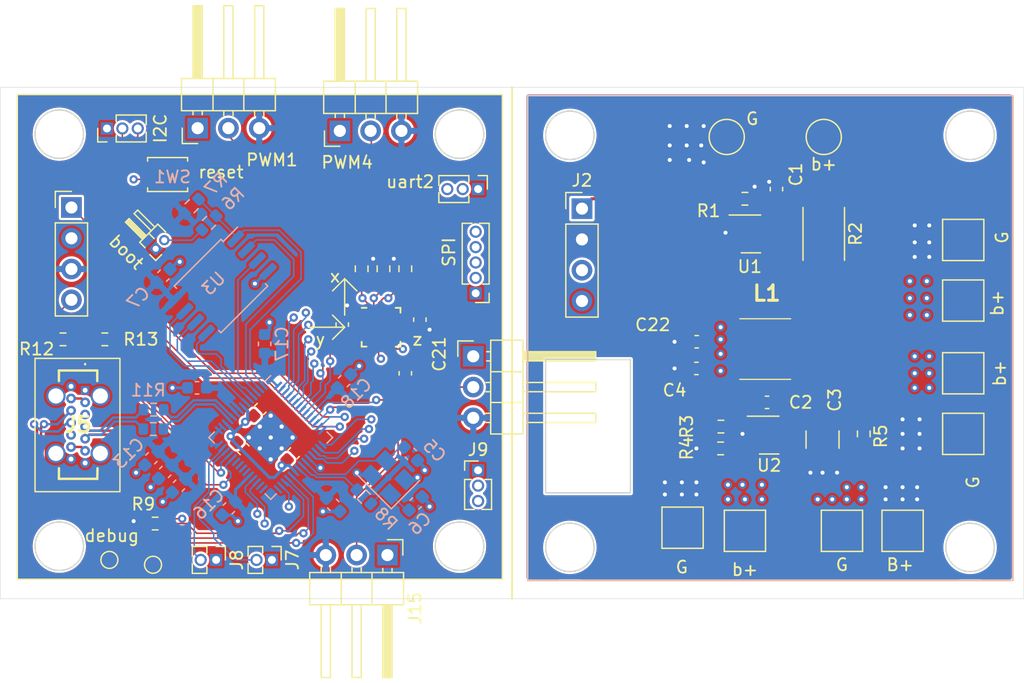
<source format=kicad_pcb>
(kicad_pcb (version 20211014) (generator pcbnew)
  (layers (0 "F.Cu" signal "Front") (1 "In1.Cu" signal) (2 "In2.Cu" signal) (31 "B.Cu" signal "Back") (34 "B.Paste" user) (35 "F.Paste" user) (36 "B.SilkS" user "B.Silkscreen") (37 "F.SilkS" user "F.Silkscreen") (38 "B.Mask" user) (39 "F.Mask" user) (44 "Edge.Cuts" user))
  (property "mp" "mpu_")
  (property "rp" "rp2040_")
  (property "var" "_distrub")
  (net 0 "")
  (net 1 "Net-(C1-Pad1)")
  (net 2 "GND")
  (net 3 "Net-(C2-Pad1)")
  (net 4 "/powerHub/sw")
  (net 5 "vcc_distrub")
  (net 6 "3v3_distrub")
  (net 7 "/rp2040/xin")
  (net 8 "Net-(C6-Pad2)")
  (net 9 "rp2040_3v3")
  (net 10 "/rp2040/rp2040_1v1")
  (net 11 "Net-(C21-Pad1)")
  (net 12 "crnt_distrub")
  (net 13 "/rp2040/usb_boot")
  (net 15 "/rp2040/usb_d+")
  (net 16 "/rp2040/usb_d-")
  (net 18 "rp2040_crnt")
  (net 19 "rp2040_vcc")
  (net 20 "Net-(J7-Pad2)")
  (net 21 "Net-(J8-Pad2)")
  (net 22 "Net-(J9-Pad2)")
  (net 23 "Net-(J9-Pad3)")
  (net 24 "Net-(J10-Pad2)")
  (net 25 "Net-(J10-Pad3)")
  (net 26 "Net-(J11-Pad2)")
  (net 27 "Net-(J11-Pad3)")
  (net 28 "Net-(J12-Pad2)")
  (net 29 "Net-(J12-Pad3)")
  (net 30 "Net-(J12-Pad4)")
  (net 31 "Net-(J12-Pad5)")
  (net 32 "Net-(J13-Pad2)")
  (net 33 "Net-(J14-Pad2)")
  (net 34 "Net-(J15-Pad2)")
  (net 35 "Net-(J16-Pad2)")
  (net 36 "Net-(R3-Pad1)")
  (net 37 "Net-(R5-Pad1)")
  (net 38 "/rp2040/sd_ss")
  (net 39 "/rp2040/xout")
  (net 40 "Net-(R9-Pad2)")
  (net 41 "Net-(R12-Pad1)")
  (net 42 "/mpu-9250/sda-mosi")
  (net 43 "/mpu-9250/sck-slk")
  (net 44 "/mpu-9250/cs")
  (net 45 "/rp2040/sd1")
  (net 46 "/rp2040/sd2")
  (net 47 "/rp2040/sd0")
  (net 48 "/rp2040/sd_clk")
  (net 49 "/rp2040/sd3")
  (net 50 "/mpu-9250/miso")
  (net 51 "/mpu-9250/intep")
  (net 62 "Net-(U4-Pad24)")
  (net 63 "/rp2040/u+")
  (net 64 "/rp2040/u-")
  (net 65 "Net-(U4-Pad25)")
  (footprint "Button_Switch_SMD:SW_SPST_B3U-1000P" (layer "F.Cu") (at 98.4 57.6 180)
    (fp_text reference "SW1")
    (fp_text value "reset")
  )
  (footprint "Connector_PinHeader_2.54mm:PinHeader_1x03_P2.54mm_Horizontal" (layer "F.Cu") (at 116.525 89 -90)
    (fp_text reference "J15")
    (fp_text value "PWM3")
  )
  (footprint "TestPoint:TestPoint_Pad_D1.0mm" (layer "F.Cu") (at 97.2 89.8)
    (fp_text reference "clk1" hide)
    (fp_text value "debug")
  )
  (footprint "Connector_PinHeader_1.27mm:PinHeader_1x03_P1.27mm_Vertical" (layer "F.Cu") (at 93.4 53.8 90)
    (fp_text reference "J11" hide)
    (fp_text value "I2C")
  )
  (footprint "Capacitor_SMD:C_0603_1608Metric" (layer "F.Cu") (at 147.825 76.4)
    (fp_text reference "C2")
    (fp_text value "100nf")
  )
  (footprint "Resistor_SMD:R_0603_1608Metric" (layer "F.Cu") (at 118 65.375 -90)
    (fp_text reference "R16" hide)
    (fp_text value "R" hide)
  )
  (footprint "Resistor_SMD:R_0603_1608Metric" (layer "F.Cu") (at 89.775 71.2 180)
    (fp_text reference "R12")
    (fp_text value "20k")
  )
  (footprint "Capacitor_SMD:C_0603_1608Metric" (layer "F.Cu") (at 104.651992 80.251992 -45)
    (fp_text reference "C8" hide)
    (fp_text value "100nf")
  )
  (footprint "Resistor_SMD:R_0603_1608Metric" (layer "F.Cu") (at 155.8 79 90)
    (fp_text reference "R5")
    (fp_text value "100k")
  )
  (footprint "Connector_PinHeader_1.27mm:PinHeader_1x03_P1.27mm_Vertical" (layer "F.Cu") (at 124 58.8 -90)
    (fp_text reference "J10" hide)
    (fp_text value "uart2")
  )
  (footprint "TestPoint:TestPoint_Pad_3.0x3.0mm" (layer "F.Cu") (at 164 63 90)
    (fp_text reference "G")
    (fp_text value "esc1")
  )
  (footprint "Capacitor_SMD:C_0603_1608Metric" (layer "F.Cu") (at 106.051992 76.948008 45)
    (fp_text reference "C9" hide)
    (fp_text value "100nf")
  )
  (footprint "Resistor_SMD:R_0603_1608Metric" (layer "F.Cu") (at 144 80.2)
    (fp_text reference "R4")
    (fp_text value "4.5k")
  )
  (footprint "Connector_PinHeader_1.27mm:PinHeader_1x02_P1.27mm_Vertical" (layer "F.Cu") (at 107 89.4 -90)
    (fp_text reference "J7")
    (fp_text value "ADC2")
  )
  (footprint "Package_TO_SOT_SMD:TSOT-23-6" (layer "F.Cu") (at 148 79.1)
    (fp_text reference "U2")
    (fp_text value "ZTP7192YH")
  )
  (footprint "TestPoint:TestPoint_Pad_3.0x3.0mm" (layer "F.Cu") (at 164 68 90)
    (fp_text reference "b+")
    (fp_text value "esc1")
  )
  (footprint "Sensor_Motion:InvenSense_QFN-24_3x3mm_P0.4mm" (layer "F.Cu") (at 116 70.2)
    (fp_text reference "U5" hide)
    (fp_text value "MPU-9250" hide)
  )
  (footprint "Connector_PinHeader_1.27mm:PinHeader_1x02_P1.27mm_Vertical" (layer "F.Cu") (at 102.4 89.4 -90)
    (fp_text reference "J8")
    (fp_text value "ADC3")
  )
  (footprint "Capacitor_SMD:C_0603_1608Metric" (layer "F.Cu") (at 118 74 -90)
    (fp_text reference "C21")
    (fp_text value "0.1uf")
  )
  (footprint "Resistor_SMD:R_0603_1608Metric" (layer "F.Cu") (at 116.2 65.375 -90)
    (fp_text reference "R15" hide)
    (fp_text value "R")
  )
  (footprint "Capacitor_SMD:C_0603_1608Metric" (layer "F.Cu") (at 148.6 58.8 90)
    (fp_text reference "C1")
    (fp_text value "0.1uf")
  )
  (footprint "Connector_PinHeader_1.27mm:PinHeader_1x03_P1.27mm_Vertical" (layer "F.Cu") (at 124 82)
    (fp_text reference "J9")
    (fp_text value "uart1")
  )
  (footprint "Capacitor_SMD:C_0603_1608Metric" (layer "F.Cu") (at 112.8 69.975 -90)
    (fp_text reference "C19" hide)
    (fp_text value "100nf" hide)
  )
  (footprint "TestPoint:TestPoint_Pad_3.0x3.0mm" (layer "F.Cu") (at 164 74 90)
    (fp_text reference "b+")
    (fp_text value "esc2")
  )
  (footprint "Package_TO_SOT_SMD:SOT-23-5" (layer "F.Cu") (at 146.5 62.5)
    (fp_text reference "U1")
    (fp_text value "INA139")
  )
  (footprint "Resistor_SMD:R_0603_1608Metric" (layer "F.Cu") (at 97.375 86.4)
    (fp_text reference "R9")
    (fp_text value "R" hide)
  )
  (footprint "TestPoint:TestPoint_Pad_D2.5mm" (layer "F.Cu") (at 152.5 54.5)
    (fp_text reference "J3" hide)
    (fp_text value "b+")
  )
  (footprint "KiCad:LQH5BPB100MT0L" (layer "F.Cu") (at 147.675 72 180)
    (fp_text reference "L1")
    (fp_text value "4.7uh" hide)
  )
  (footprint "Capacitor_SMD:C_0603_1608Metric" (layer "F.Cu") (at 142 73.6)
    (fp_text reference "C4")
    (fp_text value "10uf")
  )
  (footprint "Resistor_SMD:R_0603_1608Metric" (layer "F.Cu") (at 146 59.6 180)
    (fp_text reference "R1")
    (fp_text value "1k")
  )
  (footprint "TestPoint:TestPoint_Pad_3.0x3.0mm" (layer "F.Cu") (at 154 87)
    (fp_text reference "G")
    (fp_text value "esc3")
  )
  (footprint "TestPoint:TestPoint_Pad_D2.5mm" (layer "F.Cu") (at 144.5 54.5)
    (fp_text reference "J1" hide)
    (fp_text value "G")
  )
  (footprint "Capacitor_SMD:C_0603_1608Metric" (layer "F.Cu") (at 142.025 71.4)
    (fp_text reference "C22")
    (fp_text value "0.1uf")
  )
  (footprint "Connector_PinHeader_2.54mm:PinHeader_1x03_P2.54mm_Horizontal" (layer "F.Cu") (at 100.875 53.775 90)
    (fp_text reference "J13" hide)
    (fp_text value "PWM1")
  )
  (footprint "Capacitor_SMD:C_0603_1608Metric" (layer "F.Cu") (at 108.8 80.6 45)
    (fp_text reference "C10" hide)
    (fp_text value "100nf")
  )
  (footprint "Resistor_SMD:R_0603_1608Metric" (layer "F.Cu") (at 93.225 71.2 180)
    (fp_text reference "R13")
    (fp_text value "5k")
  )
  (footprint "Connector_PinHeader_2.54mm:PinHeader_1x03_P2.54mm_Horizontal" (layer "F.Cu") (at 112.6 54 90)
    (fp_text reference "J16" hide)
    (fp_text value "PWM4")
  )
  (footprint "Resistor_SMD:R_0603_1608Metric" (layer "F.Cu") (at 144.025 78.4 180)
    (fp_text reference "R3")
    (fp_text value "20k")
  )
  (footprint "Capacitor_SMD:C_0603_1608Metric" (layer "F.Cu") (at 119.2 69.575 90)
    (fp_text reference "C20" hide)
    (fp_text value "0.1uf")
  )
  (footprint "TestPoint:TestPoint_Pad_3.0x3.0mm" (layer "F.Cu") (at 146 87)
    (fp_text reference "b+")
    (fp_text value "esc4")
  )
  (footprint "KiCad:918468K2029E50000" (layer "F.Cu") (at 91.6 75.4 180)
    (fp_text reference "J5")
    (fp_text value "918-468K2029E50000" hide)
  )
  (footprint "TestPoint:TestPoint_Pad_3.0x3.0mm" (layer "F.Cu") (at 159 87)
    (fp_text reference "B+")
    (fp_text value "esc3")
  )
  (footprint "Resistor_SMD:R_0603_1608Metric" (layer "F.Cu") (at 114.4 65.375 -90)
    (fp_text reference "R14" hide)
    (fp_text value "R" hide)
  )
  (footprint "TestPoint:TestPoint_Pad_3.0x3.0mm" (layer "F.Cu") (at 164 79 90)
    (fp_text reference "G")
    (fp_text value "esc2")
  )
  (footprint "TestPoint:TestPoint_Pad_3.0x3.0mm" (layer "F.Cu") (at 140.86 86.74)
    (fp_text reference "G")
    (fp_text value "esc4")
  )
  (footprint "Connector_PinHeader_1.00mm:PinHeader_1x02_P1.00mm_Horizontal" (layer "F.Cu") (at 97.418718 63.725825 135)
    (fp_text reference "J4" hide)
    (fp_text value "boot")
  )
  (footprint "Connector_PinHeader_2.54mm:PinHeader_1x03_P2.54mm_Horizontal" (layer "F.Cu") (at 123.6 72.6)
    (fp_text reference "J14" hide)
    (fp_text value "PWM2")
  )
  (footprint "KiCad:pwrdisv1" (layer "F.Cu") (at 128.095 51.095)
    (fp_text reference "J2")
    (fp_text value "Con")
    (fp_rect (start 1.47 21.77) (end 8.47 32.77) (layer "Edge.Cuts") (width 0.12) (fill none))
    (fp_circle (center 3.47 37.27) (end 5.47 37.27) (layer "Edge.Cuts") (width 0.12) (fill none))
    (fp_circle (center 36.47 3.27) (end 38.47 3.27) (layer "Edge.Cuts") (width 0.12) (fill none))
    (fp_circle (center 3.47 3.27) (end 5.47 3.27) (layer "Edge.Cuts") (width 0.12) (fill none))
    (fp_circle (center 36.47 37.27) (end 38.47 37.27) (layer "Edge.Cuts") (width 0.12) (fill none))
  )
  (footprint "Resistor_SMD:R_2512_6332Metric" (layer "F.Cu") (at 152.5 62.5 -90)
    (fp_text reference "R2")
    (fp_text value "0m50")
  )
  (footprint "KiCad:controllerV2" (layer "F.Cu") (at 86 51)
    (fp_text reference "J6" hide)
    (fp_text value "main")
    (fp_circle (center 3.47 37.27) (end 5.47 37.27) (layer "Edge.Cuts") (width 0.12) (fill none))
    (fp_circle (center 36.47 3.27) (end 38.47 3.27) (layer "Edge.Cuts") (width 0.12) (fill none))
    (fp_circle (center 3.47 3.27) (end 5.47 3.27) (layer "Edge.Cuts") (width 0.12) (fill none))
    (fp_circle (center 36.47 37.27) (end 38.47 37.27) (layer "Edge.Cuts") (width 0.12) (fill none))
  )
  (footprint "TestPoint:TestPoint_Pad_D1.0mm" (layer "F.Cu") (at 93.6 89.4)
    (fp_text reference "swd1" hide)
    (fp_text value "debug" hide)
  )
  (footprint "Connector_PinHeader_1.27mm:PinHeader_1x05_P1.27mm_Vertical" (layer "F.Cu") (at 123.8 67.4 180)
    (fp_text reference "J12" hide)
    (fp_text value "SPI")
  )
  (footprint "Capacitor_SMD:C_1210_3225Metric" (layer "F.Cu") (at 152.4 79.475 90)
    (fp_text reference "C3")
    (fp_text value "10uf")
  )
  (footprint "Resistor_SMD:R_0603_1608Metric" (layer "B.Cu") (at 101.816637 61.583363 45)
    (fp_text reference "R6")
    (fp_text value "R")
  )
  (footprint "Crystal:Crystal_SMD_3225-4Pin_3.2x2.5mm" (layer "B.Cu") (at 116.6 82.6 135)
    (fp_text reference "Y1" hide)
    (fp_text value "Crystal_GND24")
  )
  (footprint "Capacitor_SMD:C_0603_1608Metric" (layer "B.Cu") (at 118.451992 80.651992 135)
    (fp_text reference "C5")
    (fp_text value "18pf")
  )
  (footprint "Capacitor_SMD:C_0603_1608Metric" (layer "B.Cu") (at 112.051992 84.851992 -45)
    (fp_text reference "C15" hide)
    (fp_text value "100nf")
  )
  (footprint "Package_SO:SOIC-8_5.23x5.23mm_P1.27mm" (layer "B.Cu") (at 102.8 66.8 -135)
    (fp_text reference "U3")
    (fp_text value "W25Q128JVS")
  )
  (footprint "Capacitor_SMD:C_0603_1608Metric" (layer "B.Cu") (at 118.851992 84.748008 -135)
    (fp_text reference "C6")
    (fp_text value "18pf")
  )
  (footprint "Capacitor_SMD:C_0603_1608Metric" (layer "B.Cu") (at 97.072721 81.011163 -135)
    (fp_text reference "C13")
    (fp_text value "100nf")
  )
  (footprint "KiCad:RP2040-QFN-56" (layer "B.Cu") (at 106.901561 79.298439 -135)
    (fp_text reference "U4" hide)
    (fp_text value "RP2040")
  )
  (footprint "Resistor_SMD:R_0603_1608Metric" (layer "B.Cu") (at 114.583363 84.183363 135)
    (fp_text reference "R8")
    (fp_text value "R")
  )
  (footprint "Capacitor_SMD:C_0603_1608Metric" (layer "B.Cu") (at 106.4 71.575 90)
    (fp_text reference "C17")
    (fp_text value "100nf")
  )
  (footprint "Capacitor_SMD:C_0603_1608Metric" (layer "B.Cu") (at 112.948008 74.651992 45)
    (fp_text reference "C18")
    (fp_text value "100nf")
  )
  (footprint "Resistor_SMD:R_0603_1608Metric" (layer "B.Cu") (at 97.25 77 180)
    (fp_text reference "R10" hide)
    (fp_text value "R")
  )
  (footprint "Capacitor_SMD:C_0603_1608Metric" (layer "B.Cu") (at 98.204092 82.142534 -135)
    (fp_text reference "C12" hide)
    (fp_text value "100nf")
  )
  (footprint "Capacitor_SMD:C_0603_1608Metric" (layer "B.Cu") (at 103.451992 85.148008 -135)
    (fp_text reference "C16")
    (fp_text value "100nf")
  )
  (footprint "Capacitor_SMD:C_0603_1608Metric" (layer "B.Cu") (at 100.825 75.2 180)
    (fp_text reference "C11" hide)
    (fp_text value "100nf")
  )
  (footprint "Capacitor_SMD:C_0603_1608Metric" (layer "B.Cu") (at 98.051992 65.948008 45)
    (fp_text reference "C7")
    (fp_text value "100nf")
  )
  (footprint "Resistor_SMD:R_0603_1608Metric" (layer "B.Cu") (at 100.383363 60.216637 45)
    (fp_text reference "R7")
    (fp_text value "R")
  )
  (footprint "Capacitor_SMD:C_0603_1608Metric" (layer "B.Cu") (at 99.335462 83.273904 -135)
    (fp_text reference "C14" hide)
    (fp_text value "100nf")
  )
  (footprint "Resistor_SMD:R_0603_1608Metric" (layer "B.Cu") (at 97.225 78.6 180)
    (fp_text reference "R11")
    (fp_text value "R")
  )
  (gr_line (start 126.8 92.6) (end 126.8 50.4) (layer "F.SilkS") (width 0.1524))
  (gr_rect (start 84.6 50.4) (end 169 92.6) (layer "Edge.Cuts") (width 0.0381) (fill none))
  (segment (start 148.6 59.575) (end 148.6 60.5875) (width 0.508) (layer "F.Cu") (net 1))
  (segment (start 147.4 62.4) (end 151.2 62.4) (width 0.254) (layer "F.Cu") (net 1))
  (segment (start 148.6 59.575) (end 152.4625 59.575) (width 0.508) (layer "F.Cu") (net 1))
  (segment (start 151.2 62.4) (end 152.5 61.1) (width 0.254) (layer "F.Cu") (net 1))
  (segment (start 148.6 60.5875) (end 147.6375 61.55) (width 0.508) (layer "F.Cu") (net 1))
  (segment (start 145.3625 63.45) (end 146.35 63.45) (width 0.254) (layer "F.Cu") (net 1))
  (segment (start 152.5 59.5375) (end 152.6 59.6375) (width 0.254) (layer "F.Cu") (net 1))
  (segment (start 146.35 63.45) (end 147.4 62.4) (width 0.254) (layer "F.Cu") (net 1))
  (segment (start 152.4625 59.575) (end 152.5 59.5375) (width 0.508) (layer "F.Cu") (net 1))
  (segment (start 152.5 61.1) (end 152.5 59.5375) (width 0.254) (layer "F.Cu") (net 1))
  (segment (start 116.6 69) (end 116.8 69.2) (width 0.127) (layer "F.Cu") (net 2))
  (segment (start 145.9 79.1) (end 145.8 79) (width 0.254) (layer "F.Cu") (net 2))
  (segment (start 106.6 77.193756) (end 106.901561 77.495317) (width 0.254) (layer "F.Cu") (net 2))
  (segment (start 118.8 69.2) (end 119.2 68.8) (width 0.127) (layer "F.Cu") (net 2))
  (segment (start 146.825 59.6) (end 146.825 58.625) (width 0.3) (layer "F.Cu") (net 2))
  (segment (start 144.5 62.5) (end 144.4 62.4) (width 0.3) (layer "F.Cu") (net 2))
  (segment (start 143.175 80.2) (end 142 80.2) (width 0.254) (layer "F.Cu") (net 2))
  (segment (start 148.175 58.025) (end 148 58.2) (width 0.3) (layer "F.Cu") (net 2))
  (segment (start 141.225 73.6) (end 140.2 73.6) (width 0.254) (layer "F.Cu") (net 2))
  (segment (start 109.348008 79.941764) (end 108.704683 79.298439) (width 0.254) (layer "F.Cu") (net 2))
  (segment (start 105.8 80.2) (end 106 80.2) (width 0.254) (layer "F.Cu") (net 2))
  (segment (start 146.825 58.625) (end 146.8 58.6) (width 0.3) (layer "F.Cu") (net 2))
  (segment (start 116.8 69.2) (end 117.5 69.2) (width 0.127) (layer "F.Cu") (net 2))
  (segment (start 146.8625 79.1) (end 145.9 79.1) (width 0.254) (layer "F.Cu") (net 2))
  (segment (start 105.2 80.8) (end 105.8 80.2) (width 0.254) (layer "F.Cu") (net 2))
  (segment (start 141.25 71.4) (end 140.2 71.4) (width 0.254) (layer "F.Cu") (net 2))
  (segment (start 145.3625 62.5) (end 144.5 62.5) (width 0.3) (layer "F.Cu") (net 2))
  (segment (start 148.6 58.025) (end 148.175 58.025) (width 0.3) (layer "F.Cu") (net 2))
  (segment (start 106.6 76.4) (end 106.6 77.193756) (width 0.254) (layer "F.Cu") (net 2))
  (segment (start 116.6 68.7) (end 116.6 69) (width 0.127) (layer "F.Cu") (net 2))
  (segment (start 109.348008 80.051992) (end 109.348008 79.941764) (width 0.254) (layer "F.Cu") (net 2))
  (segment (start 152.4 80.95) (end 152.4 81.4) (width 0.254) (layer "F.Cu") (net 2))
  (via (at 142 84) (size 0.6858) (drill 0.3302) (layers "F.Cu" "B.Cu") (net 2))
  (via (at 160 63.2) (size 0.6858) (drill 0.3302) (layers "F.Cu" "B.Cu") (net 2))
  (via (at 98.8 75.2) (size 0.6858) (drill 0.3302) (layers "F.Cu" "B.Cu") (net 2))
  (via (at 153.6 82.2) (size 0.6858) (drill 0.3302) (layers "F.Cu" "B.Cu") (net 2))
  (via (at 159 80.2) (size 0.6858) (drill 0.3302) (layers "F.Cu" "B.Cu") (net 2))
  (via (at 111.2 85.4) (size 0.6858) (drill 0.3302) (layers "F.Cu" "B.Cu") (net 2))
  (via (at 141.4 56.4) (size 0.6858) (drill 0.3302) (layers "F.Cu" "B.Cu") (net 2))
  (via (at 159 83.4) (size 0.6858) (drill 0.3302) (layers "F.Cu" "B.Cu") (net 2))
  (via (at 142.6 53.6) (size 0.6858) (drill 0.3302) (layers "F.Cu" "B.Cu") (net 2))
  (via (at 139.8 56.4) (size 0.6858) (drill 0.3302) (layers "F.Cu" "B.Cu") (net 2))
  (via (at 146.8 58.6) (size 0.6858) (drill 0.3302) (layers "F.Cu" "B.Cu") (net 2))
  (via (at 139.4 83) (size 0.6858) (drill 0.3302) (layers "F.Cu" "B.Cu") (net 2))
  (via (at 161.2 61.8) (size 0.6858) (drill 0.3302) (layers "F.Cu" "B.Cu") (net 2))
  (via (at 160 64.4) (size 0.6858) (drill 0.3302) (layers "F.Cu" "B.Cu") (net 2))
  (via (at 145.8 79) (size 0.6858) (drill 0.3302) (layers "F.Cu" "B.Cu") (net 2))
  (via (at 95.8 82.2) (size 0.6858) (drill 0.3302) (layers "F.Cu" "B.Cu") (net 2))
  (via (at 160.2 84.4) (size 0.6858) (drill 0.3302) (layers "F.Cu" "B.Cu") (net 2))
  (via (at 119.6 82) (size 0.6858) (drill 0.3302) (layers "F.Cu" "B.Cu") (net 2))
  (via (at 159 79) (size 0.6858) (drill 0.3302) (layers "F.Cu" "B.Cu") (net 2))
  (via (at 140.8 83) (size 0.6858) (drill 0.3302) (layers "F.Cu" "B.Cu") (net 2))
  (via (at 152.4 82.2) (size 0.6858) (drill 0.3302) (layers "F.Cu" "B.Cu") (net 2))
  (via (at 105.6 66.6) (size 0.6858) (drill 0.3302) (layers "F.Cu" "B.Cu") (net 2))
  (via (at 106.8 69.8) (size 0.6858) (drill 0.3302) (layers "F.Cu" "B.Cu") (net 2))
  (via (at 139.4 84) (size 0.6858) (drill 0.3302) (layers "F.Cu" "B.Cu") (net 2))
  (via (at 111 81.8) (size 0.6858) (drill 0.3302) (layers "F.Cu" "B.Cu") (net 2))
  (via (at 151.4 82.2) (size 0.6858) (drill 0.3302) (layers "F.Cu" "B.Cu") (net 2))
  (via (at 144.4 62.4) (size 0.6858) (drill 0.3302) (layers "F.Cu" "B.Cu") (net 2))
  (via (at 142 80.2) (size 0.6858) (drill 0.3302) (layers "F.Cu" "B.Cu") (net 2))
  (via (at 141.2 55.2) (size 0.6858) (drill 0.3302) (layers "F.Cu" "B.Cu") (net 2))
  (via (at 139.8 53.6) (size 0.6858) (drill 0.3302) (layers "F.Cu" "B.Cu") (net 2))
  (via (at 139.8 55.2) (size 0.6858) (drill 0.3302) (layers "F.Cu" "B.Cu") (net 2))
  (via (at 98 84.6) (size 0.6858) (drill 0.3302) (layers "F.Cu" "B.Cu") (net 2))
  (via (at 159 84.4) (size 0.6858) (drill 0.3302) (layers "F.Cu" "B.Cu") (net 2))
  (via (at 97 83.4) (size 0.6858) (drill 0.3302) (layers "F.Cu" "B.Cu") (net 2))
  (via (at 120 85) (size 0.6858) (drill 0.3302) (layers "F.Cu" "B.Cu") (net 2))
  (via (at 160.4 77.8) (size 0.6858) (drill 0.3302) (layers "F.Cu" "B.Cu") (net 2))
  (via (at 104.2 86.2) (size 0.6858) (drill 0.3302) (layers "F.Cu" "B.Cu") (net 2))
  (via (at 114 82.2) (size 0.6858) (drill 0.3302) (layers "F.Cu" "B.Cu") (net 2))
  (via (at 142 83) (size 0.6858) (drill 0.3302) (layers "F.Cu" "B.Cu") (net 2))
  (via (at 157.6 83.4) (size 0.6858) (drill 0.3302) (layers "F.Cu" "B.Cu") (net 2))
  (via (at 140.8 84) (size 0.6858) (drill 0.3302) (layers "F.Cu" "B.Cu") (net 2))
  (via (at 119 82.6) (size 0.6858) (drill 0.3302) (layers "F.Cu" "B.Cu") (net 2))
  (via (at 99.4 64.8) (size 0.6858) (drill 0.3302) (layers "F.Cu" "B.Cu") (net 2))
  (via (at 142.4 55.2) (size 0.6858) (drill 0.3302) (layers "F.Cu" "B.Cu") (net 2))
  (via (at 160.4 79) (size 0.6858) (drill 0.3302) (layers "F.Cu" "B.Cu") (net 2))
  (via (at 141.2 53.6) (size 0.6858) (drill 0.3302) (layers "F.Cu" "B.Cu") (net 2))
  (via (at 160.2 83.4) (size 0.6858) (drill 0.3302) (layers "F.Cu" "B.Cu") (net 2))
  (via (at 161.2 63.2) (size 0.6858) (drill 0.3302) (layers "F.Cu" "B.Cu") (net 2))
  (via (at 159 77.8) (size 0.6858) (drill 0.3302) (layers "F.Cu" "B.Cu") (net 2))
  (via (at 148 58.2) (size 0.6858) (drill 0.3302) (layers "F.Cu" "B.Cu") (net 2))
  (via (at 160.4 80.2) (size 0.6858) (drill 0.3302) (layers "F.Cu" "B.Cu") (net 2))
  (via (at 157.6 84.4) (size 0.6858) (drill 0.3302) (layers "F.Cu" "B.Cu") (net 2))
  (via (at 140.2 71.4) (size 0.6858) (drill 0.3302) (layers "F.Cu" "B.Cu") (net 2))
  (via (at 140.2 73.6) (size 0.6858) (drill 0.3302) (layers "F.Cu" "B.Cu") (net 2))
  (via (at 160 61.8) (size 0.6858) (drill 0.3302) (layers "F.Cu" "B.Cu") (net 2))
  (via (at 161.2 64.4) (size 0.6858) (drill 0.3302) (layers "F.Cu" "B.Cu") (net 2))
  (via (at 114.2 73.4) (size 0.6858) (drill 0.3302) (layers "F.Cu" "B.Cu") (net 2))
  (via (at 142.6 56.6) (size 0.6858) (drill 0.3302) (layers "F.Cu" "B.Cu") (net 2))
  (segment (start 117.978858 82.776777) (end 118.823223 82.776777) (width 0.3) (layer "B.Cu") (net 2))
  (segment (start 98.787454 83.821912) (end 98.778088 83.821912) (width 0.254) (layer "B.Cu") (net 2))
  (segment (start 120 84.8) (end 120 85) (width 0.3) (layer "B.Cu") (net 2))
  (segment (start 115.221142 82.423223) (end 114.223223 82.423223) (width 0.3) (layer "B.Cu") (net 2))
  (segment (start 103.696016 85.696016) (end 104.2 86.2) (width 0.254) (layer "B.Cu") (net 2))
  (segment (start 99.2 64.8) (end 99.4 64.8) (width 0.254) (layer "B.Cu") (net 2))
  (segment (start 98.778088 83.821912) (end 98 84.6) (width 0.254) (layer "B.Cu") (net 2))
  (segment (start 97.656084 82.690542) (end 97.656084 82.743916) (width 0.254) (layer "B.Cu") (net 2))
  (segment (start 106.692623 65.601454) (end 106.598546 65.601454) (width 0.254) (layer "B.Cu") (net 2))
  (segment (start 106.598546 65.601454) (end 105.6 66.6) (width 0.254) (layer "B.Cu") (net 2))
  (segment (start 106.8 70.4) (end 106.8 69.8) (width 0.3) (layer "B.Cu") (net 2))
  (segment (start 98.6 65.4) (end 99.2 64.8) (width 0.254) (layer "B.Cu") (net 2))
  (segment (start 102.903984 85.696016) (end 103.696016 85.696016) (width 0.254) (layer "B.Cu") (net 2))
  (segment (start 110.817335 81.8) (end 111 81.8) (width 0.127) (layer "B.Cu") (net 2))
  (segment (start 119.6 81.8) (end 119.6 82) (width 0.3) (layer "B.Cu") (net 2))
  (segment (start 112.6 85.4) (end 111.2 85.4) (width 0.3) (layer "B.Cu") (net 2))
  (segment (start 110.039347 81.022012) (end 110.817335 81.8) (width 0.127) (layer "B.Cu") (net 2))
  (segment (start 97.656084 82.743916) (end 97 83.4) (width 0.254) (layer "B.Cu") (net 2))
  (segment (start 114.223223 82.423223) (end 114 82.2) (width 0.3) (layer "B.Cu") (net 2))
  (segment (start 96.440829 81.559171) (end 95.8 82.2) (width 0.254) (layer "B.Cu") (net 2))
  (segment (start 106.4 70.8) (end 106.8 70.4) (width 0.3) (layer "B.Cu") (net 2))
  (segment (start 118.823223 82.776777) (end 119 82.6) (width 0.3) (layer "B.Cu") (net 2))
  (segment (start 119.4 84.2) (end 120 84.8) (width 0.3) (layer "B.Cu") (net 2))
  (segment (start 113.496016 74.103984) (end 114.2 73.4) (width 0.254) (layer "B.Cu") (net 2))
  (segment (start 119 81.2) (end 119.6 81.8) (width 0.3) (layer "B.Cu") (net 2))
  (segment (start 96.524713 81.559171) (end 96.440829 81.559171) (width 0.254) (layer "B.Cu") (net 2))
  (segment (start 100.05 75.2) (end 98.8 75.2) (width 0.254) (layer "B.Cu") (net 2))
  (segment (start 147.05 77.9625) (end 146.8625 78.15) (width 0.508) (layer "F.Cu") (net 3))
  (segment (start 147.05 76.4) (end 147.05 77.9625) (width 0.508) (layer "F.Cu") (net 3))
  (segment (start 147.6375 63.45) (end 147.75 63.45) (width 0.254) (layer "F.Cu") (net 5))
  (segment (start 152.5 63.7) (end 152.5 65.4625) (width 0.254) (layer "F.Cu") (net 5))
  (segment (start 149.1375 79.1) (end 150.1 79.1) (width 0.254) (layer "F.Cu") (net 5))
  (segment (start 150.1 79.1) (end 151.2 78) (width 0.254) (layer "F.Cu") (net 5))
  (segment (start 151.2 78) (end 152.4 78) (width 0.254) (layer "F.Cu") (net 5))
  (segment (start 148.4 62.8) (end 151.6 62.8) (width 0.254) (layer "F.Cu") (net 5))
  (segment (start 147.75 63.45) (end 148.4 62.8) (width 0.254) (layer "F.Cu") (net 5))
  (segment (start 151.6 62.8) (end 152.5 63.7) (width 0.254) (layer "F.Cu") (net 5))
  (via (at 161 66.4) (size 0.6858) (drill 0.3302) (layers "F.Cu" "B.Cu") (net 5))
  (via (at 160 75.2) (size 0.6858) (drill 0.3302) (layers "F.Cu" "B.Cu") (net 5))
  (via (at 155.6 83.4) (size 0.6858) (drill 0.3302) (layers "F.Cu" "B.Cu") (net 5))
  (via (at 161 69.2) (size 0.6858) (drill 0.3302) (layers "F.Cu" "B.Cu") (net 5))
  (via (at 146 84.4) (size 0.6858) (drill 0.3302) (layers "F.Cu" "B.Cu") (net 5))
  (via (at 160 74) (size 0.6858) (drill 0.3302) (layers "F.Cu" "B.Cu") (net 5))
  (via (at 147.4 84.4) (size 0.6858) (drill 0.3302) (layers "F.Cu" "B.Cu") (net 5))
  (via (at 144.6 83.2) (size 0.6858) (drill 0.3302) (layers "F.Cu" "B.Cu") (net 5))
  (via (at 147.4 83.2) (size 0.6858) (drill 0.3302) (layers "F.Cu" "B.Cu") (net 5))
  (via (at 154.4 83.4) (size 0.6858) (drill 0.3302) (layers "F.Cu" "B.Cu") (net 5))
  (via (at 161.2 75.2) (size 0.6858) (drill 0.3302) (layers "F.Cu" "B.Cu") (net 5))
  (via (at 154.4 84.4) (size 0.6858) (drill 0.3302) (layers "F.Cu" "B.Cu") (net 5))
  (via (at 161 67.8) (size 0.6858) (drill 0.3302) (layers "F.Cu" "B.Cu") (net 5))
  (via (at 153.2 84.4) (size 0.6858) (drill 0.3302) (layers "F.Cu" "B.Cu") (net 5))
  (via (at 159.6 69.2) (size 0.6858) (drill 0.3302) (layers "F.Cu" "B.Cu") (net 5))
  (via (at 159.6 67.8) (size 0.6858) (drill 0.3302) (layers "F.Cu" "B.Cu") (net 5))
  (via (at 159.6 66.4) (size 0.6858) (drill 0.3302) (layers "F.Cu" "B.Cu") (net 5))
  (via (at 145.8 83.2) (size 0.6858) (drill 0.3302) (layers "F.Cu" "B.Cu") (net 5))
  (via (at 161.2 72.6) (size 0.6858) (drill 0.3302) (layers "F.Cu" "B.Cu") (net 5))
  (via (at 155.6 84.4) (size 0.6858) (drill 0.3302) (layers "F.Cu" "B.Cu") (net 5))
  (via (at 152 84.4) (size 0.6858) (drill 0.3302) (layers "F.Cu" "B.Cu") (net 5))
  (via (at 160 72.6) (size 0.6858) (drill 0.3302) (layers "F.Cu" "B.Cu") (net 5))
  (via (at 161.2 74) (size 0.6858) (drill 0.3302) (layers "F.Cu" "B.Cu") (net 5))
  (via (at 144.6 84.4) (size 0.6858) (drill 0.3302) (layers "F.Cu" "B.Cu") (net 5))
  (segment (start 143.2 78.4) (end 142.8 78) (width 0.508) (layer "F.Cu") (net 6))
  (segment (start 142.8 73.625) (end 142.775 73.6) (width 0.508) (layer "F.Cu") (net 6))
  (segment (start 142.8 78) (end 142.8 73.625) (width 0.508) (layer "F.Cu") (net 6))
  (via (at 144 73.8) (size 0.6858) (drill 0.3302) (layers "F.Cu" "B.Cu") (net 6))
  (via (at 144 71.2) (size 0.6858) (drill 0.3302) (layers "F.Cu" "B.Cu") (net 6))
  (via (at 144 70.2) (size 0.6858) (drill 0.3302) (layers "F.Cu" "B.Cu") (net 6))
  (via (at 144 72.4) (size 0.6858) (drill 0.3302) (layers "F.Cu" "B.Cu") (net 6))
  (segment (start 110.779265 82.3329) (end 109.756505 81.31014) (width 0.127) (layer "B.Cu") (net 7))
  (segment (start 116.423223 81.221142) (end 114.178858 81.221142) (width 0.127) (layer "B.Cu") (net 7))
  (segment (start 113.0671 82.3329) (end 110.779265 82.3329) (width 0.127) (layer "B.Cu") (net 7))
  (segment (start 109.756505 81.31014) (end 109.756505 81.304854) (width 0.127) (layer "B.Cu") (net 7))
  (segment (start 114.178858 81.221142) (end 113.0671 82.3329) (width 0.127) (layer "B.Cu") (net 7))
  (segment (start 117.540381 80.103984) (end 116.423223 81.221142) (width 0.127) (layer "B.Cu") (net 7))
  (segment (start 117.903984 80.103984) (end 117.540381 80.103984) (width 0.127) (layer "B.Cu") (net 7))
  (segment (start 118.093935 85.296016) (end 116.776777 83.978858) (width 0.127) (layer "B.Cu") (net 8))
  (segment (start 118.303984 85.296016) (end 118.093935 85.296016) (width 0.127) (layer "B.Cu") (net 8))
  (segment (start 116.776777 83.978858) (end 115.954594 83.978858) (width 0.127) (layer "B.Cu") (net 8))
  (segment (start 115.954594 83.978858) (end 115.166726 84.766726) (width 0.127) (layer "B.Cu") (net 8))
  (segment (start 95.8 86.4) (end 95.6 86.2) (width 0.254) (layer "F.Cu") (net 9))
  (segment (start 96.55 86.4) (end 95.8 86.4) (width 0.254) (layer "F.Cu") (net 9))
  (segment (start 119.95 70.35) (end 120 70.4) (width 0.254) (layer "F.Cu") (net 9))
  (segment (start 118.35 71.2) (end 119.2 70.35) (width 0.254) (layer "F.Cu") (net 9))
  (segment (start 112.8 69.2) (end 114.5 69.2) (width 0.254) (layer "F.Cu") (net 9))
  (segment (start 117.5 71.2) (end 118.35 71.2) (width 0.254) (layer "F.Cu") (net 9))
  (segment (start 119.2 70.35) (end 119.95 70.35) (width 0.254) (layer "F.Cu") (net 9))
  (segment (start 115.4 71.2) (end 117.5 71.2) (width 0.127) (layer "F.Cu") (net 9))
  (segment (start 115.4 71.7) (end 115.4 71.2) (width 0.127) (layer "F.Cu") (net 9))
  (segment (start 113.2 68.8) (end 113.2 68.4) (width 0.254) (layer "F.Cu") (net 9))
  (segment (start 114.4 64.55) (end 118 64.55) (width 0.254) (layer "F.Cu") (net 9))
  (segment (start 112.8 69.2) (end 113.2 68.8) (width 0.254) (layer "F.Cu") (net 9))
  (via (at 115.35 64.55) (size 0.6858) (drill 0.3302) (layers "F.Cu" "B.Cu") (net 9))
  (via (at 117.05 64.55) (size 0.6858) (drill 0.3302) (layers "F.Cu" "B.Cu") (net 9))
  (via (at 113.2 68.4) (size 0.6858) (drill 0.3302) (layers "F.Cu" "B.Cu") (net 9))
  (via (at 95.6 86.2) (size 0.6858) (drill 0.3302) (layers "F.Cu" "B.Cu") (net 9))
  (via (at 120 70.4) (size 0.6858) (drill 0.3302) (layers "F.Cu" "B.Cu") (net 9))
  (segment (start 110 82.6) (end 109.190819 81.87054) (width 0.127) (layer "B.Cu") (net 9))
  (segment (start 107.429282 75.029282) (end 106.6 74.2) (width 0.2) (layer "B.Cu") (net 9))
  (segment (start 103.460139 76.139861) (end 103.760139 76.439861) (width 0.254) (layer "B.Cu") (net 9))
  (segment (start 111.503984 84.303984) (end 110 82.6) (width 0.127) (layer "B.Cu") (net 9))
  (segment (start 104 84.6) (end 104 83.6) (width 0.254) (layer "B.Cu") (net 9))
  (segment (start 105.163775 82.436225) (end 105.177988 82.436225) (width 0.254) (layer "B.Cu") (net 9))
  (segment (start 102.520279 75.2) (end 103.460139 76.139861) (width 0.254) (layer "B.Cu") (net 9))
  (segment (start 104.046617 77.292024) (end 104.046617 77.246617) (width 0.254) (layer "B.Cu") (net 9))
  (segment (start 102.632404 79.890641) (end 102.109359 79.890641) (width 0.254) (layer "B.Cu") (net 9))
  (segment (start 102 79.338641) (end 102 80) (width 0.254) (layer "B.Cu") (net 9))
  (segment (start 106.6 72.55) (end 106.4 72.35) (width 0.2) (layer "B.Cu") (net 9))
  (segment (start 107.493763 75.029282) (end 107.429282 75.029282) (width 0.2) (layer "B.Cu") (net 9))
  (segment (start 110.039347 77.560653) (end 112.4 75.2) (width 0.127) (layer "B.Cu") (net 9))
  (segment (start 104.046617 77.246617) (end 103.2 76.4) (width 0.254) (layer "B.Cu") (net 9))
  (segment (start 102.109359 79.890641) (end 102 80) (width 0.254) (layer "B.Cu") (net 9))
  (segment (start 106.6 74.2) (end 106.6 72.55) (width 0.2) (layer "B.Cu") (net 9))
  (segment (start 103.760139 76.439861) (end 104.32946 77.009181) (width 0.254) (layer "B.Cu") (net 9))
  (segment (start 102.915247 78.423394) (end 102.632404 78.706237) (width 0.127) (layer "B.Cu") (net 9))
  (segment (start 102.632404 78.706237) (end 102 79.338641) (width 0.254) (layer "B.Cu") (net 9))
  (segment (start 104.046617 76.726339) (end 103.760139 76.439861) (width 0.254) (layer "B.Cu") (net 9))
  (segment (start 104 83.6) (end 105.163775 82.436225) (width 0.254) (layer "B.Cu") (net 9))
  (segment (start 101.6 75.2) (end 102.520279 75.2) (width 0.254) (layer "B.Cu") (net 9))
  (segment (start 103.2 76.4) (end 103.460139 76.139861) (width 0.254) (layer "B.Cu") (net 9))
  (segment (start 110.039347 77.574866) (end 110.039347 77.560653) (width 0.127) (layer "B.Cu") (net 9))
  (segment (start 105.503984 77.496016) (end 105 78) (width 0.254) (layer "F.Cu") (net 10))
  (segment (start 108.251992 81.148008) (end 107.8 81.6) (width 0.254) (layer "F.Cu") (net 10))
  (segment (start 105 78) (end 104.8 78) (width 0.254) (layer "F.Cu") (net 10))
  (segment (start 104.103984 79.703984) (end 103.6 79.2) (width 0.254) (layer "F.Cu") (net 10))
  (via (at 104.8 78) (size 0.6858) (drill 0.3302) (layers "F.Cu" "B.Cu") (net 10))
  (via (at 107.8 81.6) (size 0.6858) (drill 0.3302) (layers "F.Cu" "B.Cu") (net 10))
  (via (at 103.6 79.2) (size 0.6858) (drill 0.3302) (layers "F.Cu" "B.Cu") (net 10))
  (segment (start 105 77.8) (end 105 77.114035) (width 0.254) (layer "B.Cu") (net 10))
  (segment (start 106.8 82.6) (end 103.8 79.6) (width 0.254) (layer "B.Cu") (net 10))
  (segment (start 103.8 79) (end 103.9 78.9) (width 0.254) (layer "B.Cu") (net 10))
  (segment (start 107.9 81.9) (end 107.2 82.6) (width 0.254) (layer "B.Cu") (net 10))
  (segment (start 103.8 79.6) (end 103.8 79) (width 0.254) (layer "B.Cu") (net 10))
  (segment (start 107.8 81.6) (end 107.8 81.8) (width 0.254) (layer "B.Cu") (net 10))
  (segment (start 103.9 78.9) (end 104.8 78) (width 0.254) (layer "B.Cu") (net 10))
  (segment (start 107.8 81.8) (end 107.9 81.9) (width 0.254) (layer "B.Cu") (net 10))
  (segment (start 108.4 81.6) (end 108.2 81.6) (width 0.254) (layer "B.Cu") (net 10))
  (segment (start 107.2 82.6) (end 106.8 82.6) (width 0.254) (layer "B.Cu") (net 10))
  (segment (start 103.8 79) (end 103.8 78.742463) (width 0.254) (layer "B.Cu") (net 10))
  (segment (start 108.2 81.6) (end 107.9 81.9) (width 0.254) (layer "B.Cu") (net 10))
  (segment (start 108.907976 82.107976) (end 108.4 81.6) (width 0.254) (layer "B.Cu") (net 10))
  (segment (start 108.907976 82.153383) (end 108.907976 82.107976) (width 0.254) (layer "B.Cu") (net 10))
  (segment (start 103.6 79.2) (end 103.9 78.9) (width 0.254) (layer "B.Cu") (net 10))
  (segment (start 105 77.114035) (end 104.612303 76.726338) (width 0.254) (layer "B.Cu") (net 10))
  (segment (start 103.8 78.742463) (end 103.198089 78.140552) (width 0.254) (layer "B.Cu") (net 10))
  (segment (start 104.8 78) (end 105 77.8) (width 0.254) (layer "B.Cu") (net 10))
  (segment (start 117.225 73.225) (end 118 73.225) (width 0.127) (layer "F.Cu") (net 11))
  (segment (start 116.2 72.2) (end 117.225 73.225) (width 0.127) (layer "F.Cu") (net 11))
  (segment (start 116.2 71.7) (end 116.2 72.2) (width 0.127) (layer "F.Cu") (net 11))
  (segment (start 145.3625 59.7875) (end 145.175 59.6) (width 0.508) (layer "F.Cu") (net 12))
  (segment (start 145.175 59.6) (end 133.38 59.6) (width 0.254) (layer "F.Cu") (net 12))
  (segment (start 145.3625 61.55) (end 145.3625 59.7875) (width 0.508) (layer "F.Cu") (net 12))
  (segment (start 133.38 59.6) (end 132.565 60.415) (width 0.254) (layer "F.Cu") (net 12))
  (segment (start 101.233274 62.166726) (end 100.381282 63.018718) (width 0.127) (layer "B.Cu") (net 13))
  (segment (start 100.381282 63.018718) (end 98.125825 63.018718) (width 0.127) (layer "B.Cu") (net 13))
  (segment (start 93.768388 78.7349) (end 94.5651 79.531612) (width 0.2032) (layer "F.Cu") (net 15))
  (segment (start 87.6349 82.268388) (end 87.6349 78.4413) (width 0.2032) (layer "F.Cu") (net 15))
  (segment (start 94.5651 79.531612) (end 94.5651 82.268388) (width 0.2032) (layer "F.Cu") (net 15))
  (segment (start 87.6349 78.4413) (end 87.3936 78.2) (width 0.2032) (layer "F.Cu") (net 15))
  (segment (start 88.731612 83.3651) (end 87.6349 82.268388) (width 0.2032) (layer "F.Cu") (net 15))
  (segment (start 94.5651 82.268388) (end 93.468388 83.3651) (width 0.2032) (layer "F.Cu") (net 15))
  (segment (start 93.468388 83.3651) (end 88.731612 83.3651) (width 0.2032) (layer "F.Cu") (net 15))
  (segment (start 91.6 78.4) (end 91.9349 78.7349) (width 0.2032) (layer "F.Cu") (net 15))
  (segment (start 91.9349 78.7349) (end 93.768388 78.7349) (width 0.2032) (layer "F.Cu") (net 15))
  (via (at 87.3936 78.2) (size 0.6858) (drill 0.3302) (layers "F.Cu" "B.Cu") (net 15))
  (segment (start 89.4 78.8) (end 90.12 78.08) (width 0.2) (layer "B.Cu") (net 15))
  (segment (start 90.12 78.08) (end 90.44 78.08) (width 0.2) (layer "B.Cu") (net 15))
  (segment (start 95.7776 77.6474) (end 93.919112 77.6474) (width 0.2032) (layer "B.Cu") (net 15))
  (segment (start 88 78.8) (end 89.4 78.8) (width 0.2) (layer "B.Cu") (net 15))
  (segment (start 92.831612 78.7349) (end 91.9349 78.7349) (width 0.2032) (layer "B.Cu") (net 15))
  (segment (start 87.4 78.2) (end 88 78.8) (width 0.2) (layer "B.Cu") (net 15))
  (segment (start 93.919112 77.6474) (end 92.831612 78.7349) (width 0.2032) (layer "B.Cu") (net 15))
  (segment (start 91.9349 78.7349) (end 91.6 78.4) (width 0.2032) (layer "B.Cu") (net 15))
  (segment (start 87.3936 78.2) (end 87.4 78.2) (width 0.2) (layer "B.Cu") (net 15))
  (segment (start 96.425 77) (end 95.7776 77.6474) (width 0.2032) (layer "B.Cu") (net 15))
  (segment (start 87.9651 78.4413) (end 88.2064 78.2) (width 0.2032) (layer "F.Cu") (net 16))
  (segment (start 94.2349 79.668388) (end 94.2349 82.131612) (width 0.2032) (layer "F.Cu") (net 16))
  (segment (start 91.9349 79.0651) (end 93.631612 79.0651) (width 0.2032) (layer "F.Cu") (net 16))
  (segment (start 88.868388 83.0349) (end 87.9651 82.131612) (width 0.2032) (layer "F.Cu") (net 16))
  (segment (start 91.6 79.4) (end 91.9349 79.0651) (width 0.2032) (layer "F.Cu") (net 16))
  (segment (start 93.631612 79.0651) (end 94.2349 79.668388) (width 0.2032) (layer "F.Cu") (net 16))
  (segment (start 87.9651 82.131612) (end 87.9651 78.4413) (width 0.2032) (layer "F.Cu") (net 16))
  (segment (start 93.331612 83.0349) (end 88.868388 83.0349) (width 0.2032) (layer "F.Cu") (net 16))
  (segment (start 94.2349 82.131612) (end 93.331612 83.0349) (width 0.2032) (layer "F.Cu") (net 16))
  (via (at 88.2064 78.2) (size 0.6858) (drill 0.3302) (layers "F.Cu" "B.Cu") (net 16))
  (segment (start 95.7776 77.9776) (end 94.055888 77.9776) (width 0.2032) (layer "B.Cu") (net 16))
  (segment (start 89.32 78.2) (end 90.44 77.08) (width 0.2) (layer "B.Cu") (net 16))
  (segment (start 91.9349 79.0651) (end 91.6 79.4) (width 0.2032) (layer "B.Cu") (net 16))
  (segment (start 94.055888 77.9776) (end 92.968388 79.0651) (width 0.2032) (layer "B.Cu") (net 16))
  (segment (start 88.2064 78.2) (end 89.32 78.2) (width 0.2) (layer "B.Cu") (net 16))
  (segment (start 92.968388 79.0651) (end 91.9349 79.0651) (width 0.2032) (layer "B.Cu") (net 16))
  (segment (start 96.4 78.6) (end 95.7776 77.9776) (width 0.2032) (layer "B.Cu") (net 16))
  (segment (start 94.6 74.2) (end 94.6 72.4) (width 0.127) (layer "F.Cu") (net 18))
  (segment (start 102.8 82.2) (end 102.6 82.2) (width 0.127) (layer "F.Cu") (net 18))
  (segment (start 93.2 63.05) (end 90.47 60.32) (width 0.127) (layer "F.Cu") (net 18))
  (segment (start 94.8 70.2) (end 93.2 68.6) (width 0.127) (layer "F.Cu") (net 18))
  (segment (start 102.6 82.2) (end 94.6 74.2) (width 0.127) (layer "F.Cu") (net 18))
  (segment (start 94.6 72.4) (end 94.8 72.2) (width 0.127) (layer "F.Cu") (net 18))
  (segment (start 94.8 72.2) (end 94.8 70.2) (width 0.127) (layer "F.Cu") (net 18))
  (segment (start 93.2 68.6) (end 93.2 63.05) (width 0.127) (layer "F.Cu") (net 18))
  (via (at 102.8 82.2) (size 0.6858) (drill 0.3302) (layers "F.Cu" "B.Cu") (net 18))
  (segment (start 103.480932 80.739169) (end 103.460831 80.739169) (width 0.127) (layer "B.Cu") (net 18))
  (segment (start 102.8 81.4) (end 102.8 82.2) (width 0.127) (layer "B.Cu") (net 18))
  (segment (start 103.460831 80.739169) (end 102.8 81.4) (width 0.127) (layer "B.Cu") (net 18))
  (segment (start 90.44 76.08) (end 91.28 76.08) (width 0.2) (layer "F.Cu") (net 19))
  (segment (start 88.95 69.46) (end 88.95 71.2) (width 0.127) (layer "F.Cu") (net 19))
  (segment (start 91.28 80.08) (end 91.6 80.4) (width 0.2) (layer "F.Cu") (net 19))
  (segment (start 91.28 76.08) (end 91.6 76.4) (width 0.2) (layer "F.Cu") (net 19))
  (segment (start 90.44 80.08) (end 91.28 80.08) (width 0.2) (layer "F.Cu") (net 19))
  (segment (start 90.47 67.94) (end 88.95 69.46) (width 0.127) (layer "F.Cu") (net 19))
  (segment (start 104 89.4) (end 105.73 89.4) (width 0.127) (layer "B.Cu") (net 20))
  (segment (start 102.2 87.2) (end 102.2 87.6) (width 0.127) (layer "B.Cu") (net 20))
  (segment (start 102.2 81.4) (end 102.2 83.8) (width 0.127) (layer "B.Cu") (net 20))
  (segment (start 103.143674 80.456326) (end 102.2 81.4) (width 0.127) (layer "B.Cu") (net 20))
  (segment (start 101 86) (end 102.2 87.2) (width 0.127) (layer "B.Cu") (net 20))
  (segment (start 101 85) (end 101 86) (width 0.127) (layer "B.Cu") (net 20))
  (segment (start 102.2 83.8) (end 101 85) (width 0.127) (layer "B.Cu") (net 20))
  (segment (start 103.198089 80.456326) (end 103.143674 80.456326) (width 0.127) (layer "B.Cu") (net 20))
  (segment (start 102.2 87.6) (end 104 89.4) (width 0.127) (layer "B.Cu") (net 20))
  (segment (start 102.915247 80.284753) (end 101.8 81.4) (width 0.127) (layer "B.Cu") (net 21))
  (segment (start 100.6 85) (end 100.6 88.87) (width 0.127) (layer "B.Cu") (net 21))
  (segment (start 101.8 83.8) (end 100.6 85) (width 0.127) (layer "B.Cu") (net 21))
  (segment (start 102.915247 80.173484) (end 102.915247 80.284753) (width 0.127) (layer "B.Cu") (net 21))
  (segment (start 100.6 88.87) (end 101.13 89.4) (width 0.127) (layer "B.Cu") (net 21))
  (segment (start 101.8 81.4) (end 101.8 83.8) (width 0.127) (layer "B.Cu") (net 21))
  (via (at 105.8 85.6) (size 0.6858) (drill 0.3302) (layers "F.Cu" "B.Cu") (net 22))
  (segment (start 105.460831 82.719068) (end 104.8 83.379899) (width 0.127) (layer "B.Cu") (net 22))
  (segment (start 104.8 83.8) (end 105.8 84.8) (width 0.127) (layer "B.Cu") (net 22))
  (segment (start 104.8 83.4) (end 104.8 83.8) (width 0.127) (layer "B.Cu") (net 22))
  (segment (start 104.8 83.379899) (end 104.8 83.4) (width 0.127) (layer "B.Cu") (net 22))
  (segment (start 105.8 84.8) (end 105.8 85.6) (width 0.127) (layer "B.Cu") (net 22))
  (via (at 106.4 86.4) (size 0.6858) (drill 0.3302) (layers "F.Cu" "B.Cu") (net 23))
  (segment (start 106.4 85) (end 106.4 86.4) (width 0.127) (layer "B.Cu") (net 23))
  (segment (start 105.2 83.6) (end 105.2 83.8) (width 0.127) (layer "B.Cu") (net 23))
  (segment (start 105.743674 83.001911) (end 105.743674 83.056326) (width 0.127) (layer "B.Cu") (net 23))
  (segment (start 105.2 83.8) (end 106.4 85) (width 0.127) (layer "B.Cu") (net 23))
  (segment (start 105.743674 83.056326) (end 105.2 83.6) (width 0.127) (layer "B.Cu") (net 23))
  (via (at 109.8 69) (size 0.6858) (drill 0.3302) (layers "F.Cu" "B.Cu") (net 24))
  (segment (start 108.059448 75.594967) (end 108.4 75.254415) (width 0.127) (layer "B.Cu") (net 24))
  (segment (start 108.8 74.6) (end 108.8 71) (width 0.127) (layer "B.Cu") (net 24))
  (segment (start 108.4 75) (end 108.8 74.6) (width 0.127) (layer "B.Cu") (net 24))
  (segment (start 108.8 70.4) (end 109.8 69.4) (width 0.127) (layer "B.Cu") (net 24))
  (segment (start 108.4 75.254415) (end 108.4 75) (width 0.127) (layer "B.Cu") (net 24))
  (segment (start 108.8 71) (end 108.8 70.4) (width 0.127) (layer "B.Cu") (net 24))
  (segment (start 109.8 69.4) (end 109.8 69) (width 0.127) (layer "B.Cu") (net 24))
  (via (at 108.8 69.4) (size 0.6858) (drill 0.3302) (layers "F.Cu" "B.Cu") (net 25))
  (segment (start 108.8 69.4) (end 108.4 69.8) (width 0.127) (layer "B.Cu") (net 25))
  (segment (start 108.4 74.6) (end 107.776606 75.223394) (width 0.127) (layer "B.Cu") (net 25))
  (segment (start 108.4 69.8) (end 108.4 74.6) (width 0.127) (layer "B.Cu") (net 25))
  (segment (start 107.776606 75.223394) (end 107.776606 75.312125) (width 0.127) (layer "B.Cu") (net 25))
  (segment (start 106.4 74.4) (end 110.4 78.4) (width 0.127) (layer "F.Cu") (net 26))
  (segment (start 94.67 53.8) (end 94.67 67.67) (width 0.127) (layer "F.Cu") (net 26))
  (segment (start 94.67 67.67) (end 101.4 74.4) (width 0.127) (layer "F.Cu") (net 26))
  (segment (start 101.4 74.4) (end 106.4 74.4) (width 0.127) (layer "F.Cu") (net 26))
  (segment (start 110.4 78.4) (end 112.6 78.4) (width 0.127) (layer "F.Cu") (net 26))
  (via (at 112.6 78.4) (size 0.6858) (drill 0.3302) (layers "F.Cu" "B.Cu") (net 26))
  (segment (start 111.170718 78.706237) (end 111.476955 78.4) (width 0.127) (layer "B.Cu") (net 26))
  (segment (start 111.476955 78.4) (end 112.6 78.4) (width 0.127) (layer "B.Cu") (net 26))
  (segment (start 95 66.8) (end 102.2 74) (width 0.127) (layer "F.Cu") (net 27))
  (segment (start 102.2 74) (end 107.6 74) (width 0.127) (layer "F.Cu") (net 27))
  (segment (start 111.2 77.6) (end 113 77.6) (width 0.127) (layer "F.Cu") (net 27))
  (segment (start 95.94 53.8) (end 95.94 54.46) (width 0.127) (layer "F.Cu") (net 27))
  (segment (start 95.94 54.46) (end 95 55.4) (width 0.127) (layer "F.Cu") (net 27))
  (segment (start 95 55.4) (end 95 66.8) (width 0.127) (layer "F.Cu") (net 27))
  (segment (start 107.6 74) (end 111.2 77.6) (width 0.127) (layer "F.Cu") (net 27))
  (via (at 113 77.6) (size 0.6858) (drill 0.3302) (layers "F.Cu" "B.Cu") (net 27))
  (segment (start 110.976606 78.423394) (end 111.6 77.8) (width 0.127) (layer "B.Cu") (net 27))
  (segment (start 110.887875 78.423394) (end 110.976606 78.423394) (width 0.127) (layer "B.Cu") (net 27))
  (segment (start 111.8 77.6) (end 113 77.6) (width 0.127) (layer "B.Cu") (net 27))
  (segment (start 111.6 77.8) (end 111.8 77.6) (width 0.127) (layer "B.Cu") (net 27))
  (via (at 110.493403 73.2) (size 0.6858) (drill 0.3302) (layers "F.Cu" "B.Cu") (net 28))
  (segment (start 110.4 73.293403) (end 110.493403 73.2) (width 0.127) (layer "B.Cu") (net 28))
  (segment (start 109.190819 76.726338) (end 110.214004 75.703153) (width 0.127) (layer "B.Cu") (net 28))
  (segment (start 110.4 74.6) (end 110.4 73.293403) (width 0.127) (layer "B.Cu") (net 28))
  (segment (start 110.214004 75.703153) (end 110.214004 74.785996) (width 0.127) (layer "B.Cu") (net 28))
  (segment (start 110.214004 74.785996) (end 110.4 74.6) (width 0.127) (layer "B.Cu") (net 28))
  (via (at 110.239902 72.2) (size 0.6858) (drill 0.3302) (layers "F.Cu" "B.Cu") (net 29))
  (segment (start 109.6 75.8) (end 109.6 75.075512) (width 0.127) (layer "B.Cu") (net 29))
  (segment (start 108.907976 76.443495) (end 108.956505 76.443495) (width 0.127) (layer "B.Cu") (net 29))
  (segment (start 109.960503 74.715009) (end 109.960503 72.479399) (width 0.127) (layer "B.Cu") (net 29))
  (segment (start 109.6 75.075512) (end 109.960503 74.715009) (width 0.127) (layer "B.Cu") (net 29))
  (segment (start 109.960503 72.479399) (end 110.239902 72.2) (width 0.127) (layer "B.Cu") (net 29))
  (segment (start 108.956505 76.443495) (end 109.6 75.8) (width 0.127) (layer "B.Cu") (net 29))
  (via (at 110 71.2) (size 0.6858) (drill 0.3302) (layers "F.Cu" "B.Cu") (net 30))
  (segment (start 108.639347 76.160653) (end 109.2 75.6) (width 0.127) (layer "B.Cu") (net 30))
  (segment (start 109.707002 74.610006) (end 109.707002 71.492998) (width 0.127) (layer "B.Cu") (net 30))
  (segment (start 109.2 75.6) (end 109.2 75.117008) (width 0.127) (layer "B.Cu") (net 30))
  (segment (start 108.625134 76.160653) (end 108.639347 76.160653) (width 0.127) (layer "B.Cu") (net 30))
  (segment (start 109.2 75.117008) (end 109.707002 74.610006) (width 0.127) (layer "B.Cu") (net 30))
  (segment (start 109.707002 71.492998) (end 110 71.2) (width 0.127) (layer "B.Cu") (net 30))
  (via (at 110 70) (size 0.6858) (drill 0.3302) (layers "F.Cu" "B.Cu") (net 31))
  (segment (start 109.2 71.2) (end 109.2 70.8) (width 0.127) (layer "B.Cu") (net 31))
  (segment (start 108.342291 75.87781) (end 108.8 75.420101) (width 0.127) (layer "B.Cu") (net 31))
  (segment (start 108.8 75.420101) (end 108.8 75) (width 0.127) (layer "B.Cu") (net 31))
  (segment (start 108.8 75) (end 109.2 74.6) (width 0.127) (layer "B.Cu") (net 31))
  (segment (start 109.2 70.8) (end 110 70) (width 0.127) (layer "B.Cu") (net 31))
  (segment (start 109.2 74.6) (end 109.2 71.2) (width 0.127) (layer "B.Cu") (net 31))
  (segment (start 109.8 57.4) (end 106.4 57.4) (width 0.127) (layer "F.Cu") (net 32))
  (segment (start 111 58.6) (end 109.8 57.4) (width 0.127) (layer "F.Cu") (net 32))
  (segment (start 103.415 54.415) (end 103.415 53.775) (width 0.127) (layer "F.Cu") (net 32))
  (segment (start 111 74) (end 111.2 73.8) (width 0.127) (layer "F.Cu") (net 32))
  (segment (start 106.4 57.4) (end 103.415 54.415) (width 0.127) (layer "F.Cu") (net 32))
  (segment (start 111.2 73.8) (end 111.2 72.4) (width 0.127) (layer "F.Cu") (net 32))
  (segment (start 111.2 72.4) (end 111 72.2) (width 0.127) (layer "F.Cu") (net 32))
  (segment (start 111 72.2) (end 111 58.6) (width 0.127) (layer "F.Cu") (net 32))
  (via (at 111 74) (size 0.6858) (drill 0.3302) (layers "F.Cu" "B.Cu") (net 32))
  (segment (start 109.473662 76.926338) (end 111 75.4) (width 0.127) (layer "B.Cu") (net 32))
  (segment (start 111.2 74.6) (end 111.2 74.2) (width 0.127) (layer "B.Cu") (net 32))
  (segment (start 111.2 74.2) (end 111 74) (width 0.127) (layer "B.Cu") (net 32))
  (segment (start 111 74.8) (end 111.2 74.6) (width 0.127) (layer "B.Cu") (net 32))
  (segment (start 109.473662 77.009181) (end 109.473662 76.926338) (width 0.127) (layer "B.Cu") (net 32))
  (segment (start 111 75.4) (end 111 74.8) (width 0.127) (layer "B.Cu") (net 32))
  (segment (start 115.6 76.2) (end 119.6 76.2) (width 0.127) (layer "F.Cu") (net 33))
  (segment (start 120.66 75.14) (end 123.6 75.14) (width 0.127) (layer "F.Cu") (net 33))
  (segment (start 119.6 76.2) (end 120.66 75.14) (width 0.127) (layer "F.Cu") (net 33))
  (via (at 115.6 76.2) (size 0.6858) (drill 0.3302) (layers "F.Cu" "B.Cu") (net 33))
  (segment (start 111.6 76.4) (end 111.8 76.4) (width 0.127) (layer "B.Cu") (net 33))
  (segment (start 111 77.2) (end 111.2 77) (width 0.127) (layer "B.Cu") (net 33))
  (segment (start 115.4 76.4) (end 115.6 76.2) (width 0.127) (layer "B.Cu") (net 33))
  (segment (start 110.342291 77.857709) (end 111 77.2) (width 0.127) (layer "B.Cu") (net 33))
  (segment (start 111.8 76.4) (end 115.4 76.4) (width 0.127) (layer "B.Cu") (net 33))
  (segment (start 111.2 76.8) (end 111.6 76.4) (width 0.127) (layer "B.Cu") (net 33))
  (segment (start 110.32219 77.857709) (end 110.342291 77.857709) (width 0.127) (layer "B.Cu") (net 33))
  (segment (start 111.2 77) (end 111.2 76.8) (width 0.127) (layer "B.Cu") (net 33))
  (segment (start 116 76.8) (end 112 76.8) (width 0.127) (layer "F.Cu") (net 34))
  (segment (start 113.985 84.215) (end 115.4 82.8) (width 0.127) (layer "F.Cu") (net 34))
  (segment (start 113.985 89) (end 113.985 84.215) (width 0.127) (layer "F.Cu") (net 34))
  (segment (start 112 76.8) (end 111.8 77) (width 0.127) (layer "F.Cu") (net 34))
  (segment (start 117.4 78) (end 116.2 76.8) (width 0.127) (layer "F.Cu") (net 34))
  (segment (start 116.2 76.8) (end 116 76.8) (width 0.127) (layer "F.Cu") (net 34))
  (segment (start 117.4 80.8) (end 117.4 78) (width 0.127) (layer "F.Cu") (net 34))
  (segment (start 115.4 82.8) (end 117.4 80.8) (width 0.127) (layer "F.Cu") (net 34))
  (via (at 111.8 77) (size 0.6858) (drill 0.3302) (layers "F.Cu" "B.Cu") (net 34))
  (segment (start 110.659448 78.140552) (end 110.605033 78.140552) (width 0.127) (layer "B.Cu") (net 34))
  (segment (start 111.8 77) (end 110.659448 78.140552) (width 0.127) (layer "B.Cu") (net 34))
  (segment (start 111.8 60.4) (end 115 57.2) (width 0.127) (layer "F.Cu") (net 35))
  (segment (start 115.2 57.2) (end 115.2 54.06) (width 0.127) (layer "F.Cu") (net 35))
  (segment (start 111.8 73) (end 111.8 60.4) (width 0.127) (layer "F.Cu") (net 35))
  (segment (start 115 57.2) (end 115.2 57.2) (width 0.127) (layer "F.Cu") (net 35))
  (segment (start 115.2 54.06) (end 115.14 54) (width 0.127) (layer "F.Cu") (net 35))
  (via (at 111.8 73) (size 0.6858) (drill 0.3302) (layers "F.Cu" "B.Cu") (net 35))
  (segment (start 109.756505 77.243495) (end 111 76) (width 0.127) (layer "B.Cu") (net 35))
  (segment (start 111.4 75) (end 111.8 74.6) (width 0.127) (layer "B.Cu") (net 35))
  (segment (start 109.756505 77.292024) (end 109.756505 77.243495) (width 0.127) (layer "B.Cu") (net 35))
  (segment (start 111 76) (end 111.4 75.6) (width 0.127) (layer "B.Cu") (net 35))
  (segment (start 111.8 74.6) (end 111.8 73) (width 0.127) (layer "B.Cu") (net 35))
  (segment (start 111.4 75.6) (end 111.4 75) (width 0.127) (layer "B.Cu") (net 35))
  (segment (start 144.85 80.175) (end 144.825 80.2) (width 0.508) (layer "F.Cu") (net 36))
  (segment (start 144.85 78.4) (end 144.85 80.175) (width 0.508) (layer "F.Cu") (net 36))
  (segment (start 146.8625 80.05) (end 144.975 80.05) (width 0.508) (layer "F.Cu") (net 36))
  (segment (start 144.975 80.05) (end 144.825 80.2) (width 0.508) (layer "F.Cu") (net 36))
  (segment (start 151 79.6) (end 150.55 80.05) (width 0.254) (layer "F.Cu") (net 37))
  (segment (start 150.55 80.05) (end 149.1375 80.05) (width 0.254) (layer "F.Cu") (net 37))
  (segment (start 155.225 79.825) (end 155 79.6) (width 0.254) (layer "F.Cu") (net 37))
  (segment (start 155 79.6) (end 151 79.6) (width 0.254) (layer "F.Cu") (net 37))
  (segment (start 155.8 79.825) (end 155.225 79.825) (width 0.254) (layer "F.Cu") (net 37))
  (segment (start 107.6 62.2) (end 104.705923 62.2) (width 0.127) (layer "B.Cu") (net 38))
  (segment (start 106.309359 74.909359) (end 105.4 74) (width 0.127) (layer "B.Cu") (net 38))
  (segment (start 104.705923 62.2) (end 103.998546 62.907377) (width 0.127) (layer "B.Cu") (net 38))
  (segment (start 105.2 70.4) (end 109.4 66.2) (width 0.127) (layer "B.Cu") (net 38))
  (segment (start 105.4 73.8) (end 105.2 73.6) (width 0.127) (layer "B.Cu") (net 38))
  (segment (start 109.4 64) (end 107.6 62.2) (width 0.127) (layer "B.Cu") (net 38))
  (segment (start 100.966726 59.633274) (end 103.998546 62.665094) (width 0.127) (layer "B.Cu") (net 38))
  (segment (start 105.2 73.6) (end 105.2 70.4) (width 0.127) (layer "B.Cu") (net 38))
  (segment (start 103.998546 62.665094) (end 103.998546 62.907377) (width 0.127) (layer "B.Cu") (net 38))
  (segment (start 109.4 66.2) (end 109.4 64) (width 0.127) (layer "B.Cu") (net 38))
  (segment (start 106.309359 75.029282) (end 106.309359 74.909359) (width 0.127) (layer "B.Cu") (net 38))
  (segment (start 105.4 74) (end 105.4 73.8) (width 0.127) (layer "B.Cu") (net 38))
  (segment (start 110.674262 82.586401) (end 112.986401 82.586401) (width 0.127) (layer "B.Cu") (net 39))
  (segment (start 110.285965 82.4) (end 110.487861 82.4) (width 0.127) (layer "B.Cu") (net 39))
  (segment (start 110.487861 82.4) (end 110.674262 82.586401) (width 0.127) (layer "B.Cu") (net 39))
  (segment (start 109.473662 81.587697) (end 110.285965 82.4) (width 0.127) (layer "B.Cu") (net 39))
  (segment (start 112.986401 82.586401) (end 114 83.6) (width 0.127) (layer "B.Cu") (net 39))
  (segment (start 100 86.4) (end 100.8 87.2) (width 0.127) (layer "F.Cu") (net 40))
  (segment (start 98.2 86.4) (end 100 86.4) (width 0.127) (layer "F.Cu") (net 40))
  (segment (start 95.6 58) (end 96.3 58) (width 0.127) (layer "F.Cu") (net 40))
  (segment (start 98.2 86.4) (end 98.6 86) (width 0.127) (layer "F.Cu") (net 40))
  (segment (start 96.3 58) (end 96.7 57.6) (width 0.127) (layer "F.Cu") (net 40))
  (segment (start 107.4 87.2) (end 107.6 87) (width 0.127) (layer "F.Cu") (net 40))
  (segment (start 100.8 87.2) (end 107.4 87.2) (width 0.127) (layer "F.Cu") (net 40))
  (segment (start 98.6 86) (end 99.6 86) (width 0.127) (layer "F.Cu") (net 40))
  (via (at 95.6 58) (size 0.6858) (drill 0.3302) (layers "F.Cu" "B.Cu") (net 40))
  (via (at 99.6 86) (size 0.6858) (drill 0.3302) (layers "F.Cu" "B.Cu") (net 40))
  (via (at 107.6 87) (size 0.6858) (drill 0.3302) (layers "F.Cu" "B.Cu") (net 40))
  (segment (start 109.6 84.4) (end 109.6 85.8) (width 0.127) (layer "B.Cu") (net 40))
  (segment (start 108.201911 83.001911) (end 109.6 84.4) (width 0.127) (layer "B.Cu") (net 40))
  (segment (start 108.059448 83.001911) (end 108.201911 83.001911) (width 0.127) (layer "B.Cu") (net 40))
  (segment (start 109.6 85.8) (end 108.4 87) (width 0.127) (layer "B.Cu") (net 40))
  (segment (start 108.4 87) (end 107.6 87) (width 0.127) (layer "B.Cu") (net 40))
  (segment (start 90.6 71.2) (end 92.4 71.2) (width 0.127) (layer "F.Cu") (net 41))
  (segment (start 92.4 72.4) (end 101.2 81.2) (width 0.127) (layer "F.Cu") (net 41))
  (segment (start 101.2 81.2) (end 101.2 82.8) (width 0.127) (layer "F.Cu") (net 41))
  (segment (start 92.4 71.2) (end 92.4 72.4) (width 0.127) (layer "F.Cu") (net 41))
  (segment (start 101.2 82.8) (end 101.6 83.2) (width 0.127) (layer "F.Cu") (net 41))
  (segment (start 101.6 83.2) (end 103 83.2) (width 0.127) (layer "F.Cu") (net 41))
  (via (at 103 83.2) (size 0.6858) (drill 0.3302) (layers "F.Cu" "B.Cu") (net 41))
  (segment (start 103.763775 81.036225) (end 103.4 81.4) (width 0.127) (layer "B.Cu") (net 41))
  (segment (start 103.2 81.8) (end 103.6 82.2) (width 0.127) (layer "B.Cu") (net 41))
  (segment (start 103.763775 81.022012) (end 103.763775 81.036225) (width 0.127) (layer "B.Cu") (net 41))
  (segment (start 103.2 81.6) (end 103.2 81.8) (width 0.127) (layer "B.Cu") (net 41))
  (segment (start 103.4 81.4) (end 103.2 81.6) (width 0.127) (layer "B.Cu") (net 41))
  (segment (start 103.6 82.6) (end 103 83.2) (width 0.127) (layer "B.Cu") (net 41))
  (segment (start 103.6 82.2) (end 103.6 82.6) (width 0.127) (layer "B.Cu") (net 41))
  (segment (start 114.4 66.2) (end 114.4 67.7329) (width 0.127) (layer "F.Cu") (net 42))
  (segment (start 114.4 67.7329) (end 114.4671 67.8) (width 0.127) (layer "F.Cu") (net 42))
  (segment (start 115 68.7) (end 115 68.3329) (width 0.127) (layer "F.Cu") (net 42))
  (segment (start 115 68.3329) (end 114.4671 67.8) (width 0.127) (layer "F.Cu") (net 42))
  (via (at 113.8 80.4) (size 0.6858) (drill 0.3302) (layers "F.Cu" "B.Cu") (net 42))
  (via (at 114.4671 67.8) (size 0.6858) (drill 0.3302) (layers "F.Cu" "B.Cu") (net 42))
  (segment (start 110.32219 80.739169) (end 110.650121 81.0671) (width 0.127) (layer "B.Cu") (net 42))
  (segment (start 112.8 81.4) (end 113.8 80.4) (width 0.127) (layer "B.Cu") (net 42))
  (segment (start 111.220735 81.0671) (end 111.553635 81.4) (width 0.127) (layer "B.Cu") (net 42))
  (segment (start 111.553635 81.4) (end 112.8 81.4) (width 0.127) (layer "B.Cu") (net 42))
  (segment (start 110.650121 81.0671) (end 111.220735 81.0671) (width 0.127) (layer "B.Cu") (net 42))
  (segment (start 116.2 66.2) (end 116.2 67) (width 0.127) (layer "F.Cu") (net 43))
  (segment (start 115.4 67.8) (end 115.4 68.7) (width 0.127) (layer "F.Cu") (net 43))
  (segment (start 116.2 67) (end 115.4 67.8) (width 0.127) (layer "F.Cu") (net 43))
  (via (at 114.6 79.4) (size 0.6858) (drill 0.3302) (layers "F.Cu" "B.Cu") (net 43))
  (via (at 115.4 67.8) (size 0.6858) (drill 0.3302) (layers "F.Cu" "B.Cu") (net 43))
  (segment (start 114 79.4) (end 114.6 79.4) (width 0.127) (layer "B.Cu") (net 43))
  (segment (start 110.962306 80.813599) (end 111.325738 80.813599) (width 0.127) (layer "B.Cu") (net 43))
  (segment (start 110.605033 80.456326) (end 110.962306 80.813599) (width 0.127) (layer "B.Cu") (net 43))
  (segment (start 111.325738 80.813599) (end 111.512139 81) (width 0.127) (layer "B.Cu") (net 43))
  (segment (start 112.4 81) (end 114 79.4) (width 0.127) (layer "B.Cu") (net 43))
  (segment (start 111.512139 81) (end 112.4 81) (width 0.127) (layer "B.Cu") (net 43))
  (segment (start 118 66.4) (end 118 66.2) (width 0.127) (layer "F.Cu") (net 44))
  (segment (start 116.2 67.8) (end 115.8 68.2) (width 0.127) (layer "F.Cu") (net 44))
  (segment (start 115.8 68.7) (end 115.8 68.2) (width 0.127) (layer "F.Cu") (net 44))
  (segment (start 116.6 67.8) (end 118 66.4) (width 0.127) (layer "F.Cu") (net 44))
  (segment (start 116.6 67.8) (end 116.2 67.8) (width 0.127) (layer "F.Cu") (net 44))
  (via (at 115 78.6) (size 0.6858) (drill 0.3302) (layers "F.Cu" "B.Cu") (net 44))
  (via (at 116.6 67.8) (size 0.6858) (drill 0.3302) (layers "F.Cu" "B.Cu") (net 44))
  (segment (start 114.4 78.6) (end 115 78.6) (width 0.127) (layer "B.Cu") (net 44))
  (segment (start 111.360098 80.560098) (end 112.439902 80.560098) (width 0.127) (layer "B.Cu") (net 44))
  (segment (start 110.973484 80.173484) (end 111.360098 80.560098) (width 0.127) (layer "B.Cu") (net 44))
  (segment (start 112.439902 80.560098) (end 114.4 78.6) (width 0.127) (layer "B.Cu") (net 44))
  (segment (start 110.887875 80.173484) (end 110.973484 80.173484) (width 0.127) (layer "B.Cu") (net 44))
  (segment (start 106.026516 75.312125) (end 104.857196 74.142804) (width 0.127) (layer "B.Cu") (net 45))
  (segment (start 104.857196 69.942804) (end 108.8 66) (width 0.127) (layer "B.Cu") (net 45))
  (segment (start 108.8 64.6) (end 107.2 63) (width 0.127) (layer "B.Cu") (net 45))
  (segment (start 105.701975 63) (end 104.896572 63.805403) (width 0.127) (layer "B.Cu") (net 45))
  (segment (start 104.857196 74.142804) (end 104.857196 69.942804) (width 0.127) (layer "B.Cu") (net 45))
  (segment (start 107.2 63) (end 105.701975 63) (width 0.127) (layer "B.Cu") (net 45))
  (segment (start 108.8 66) (end 108.8 64.6) (width 0.127) (layer "B.Cu") (net 45))
  (segment (start 104.2 74.051293) (end 104.2 66.298025) (width 0.127) (layer "B.Cu") (net 46))
  (segment (start 105.743674 75.594967) (end 104.2 74.051293) (width 0.127) (layer "B.Cu") (net 46))
  (segment (start 104.2 66.298025) (end 105.794597 64.703428) (width 0.127) (layer "B.Cu") (net 46))
  (segment (start 100.8 71.6) (end 100.8 72.2) (width 0.127) (layer "B.Cu") (net 47))
  (segment (start 102.4 72.4) (end 102.8 72.8) (width 0.127) (layer "B.Cu") (net 47))
  (segment (start 101.601454 70.798546) (end 100.8 71.6) (width 0.127) (layer "B.Cu") (net 47))
  (segment (start 102.8 72.8) (end 102.8 73.4) (width 0.127) (layer "B.Cu") (net 47))
  (segment (start 102.8 73.4) (end 104.6 75.2) (width 0.127) (layer "B.Cu") (net 47))
  (segment (start 101.601454 70.692623) (end 101.601454 70.798546) (width 0.127) (layer "B.Cu") (net 47))
  (segment (start 105.460831 75.860831) (end 105.460831 75.87781) (width 0.127) (layer "B.Cu") (net 47))
  (segment (start 100.8 72.2) (end 101 72.4) (width 0.127) (layer "B.Cu") (net 47))
  (segment (start 104.8 75.2) (end 105.460831 75.860831) (width 0.127) (layer "B.Cu") (net 47))
  (segment (start 104.6 75.2) (end 104.8 75.2) (width 0.127) (layer "B.Cu") (net 47))
  (segment (start 101 72.4) (end 102.4 72.4) (width 0.127) (layer "B.Cu") (net 47))
  (segment (start 102.017335 73) (end 105.177988 76.160653) (width 0.127) (layer "B.Cu") (net 48))
  (segment (start 100.605403 69.794597) (end 99.2 71.2) (width 0.127) (layer "B.Cu") (net 48))
  (segment (start 100.703428 69.794597) (end 100.605403 69.794597) (width 0.127) (layer "B.Cu") (net 48))
  (segment (start 99.2 72.2) (end 100 73) (width 0.127) (layer "B.Cu") (net 48))
  (segment (start 100 73) (end 102.017335 73) (width 0.127) (layer "B.Cu") (net 48))
  (segment (start 99.2 71.2) (end 99.2 72.2) (width 0.127) (layer "B.Cu") (net 48))
  (segment (start 98.6 72.2) (end 99.8 73.4) (width 0.127) (layer "B.Cu") (net 49))
  (segment (start 99.8 73.4) (end 101.8 73.4) (width 0.127) (layer "B.Cu") (net 49))
  (segment (start 98.6 70) (end 98.6 72.2) (width 0.127) (layer "B.Cu") (net 49))
  (segment (start 99.703428 68.896572) (end 98.6 70) (width 0.127) (layer "B.Cu") (net 49))
  (segment (start 99.805403 68.896572) (end 99.703428 68.896572) (width 0.127) (layer "B.Cu") (net 49))
  (segment (start 104.843495 76.443495) (end 104.895146 76.443495) (width 0.127) (layer "B.Cu") (net 49))
  (segment (start 101.8 73.4) (end 104.843495 76.443495) (width 0.127) (layer "B.Cu") (net 49))
  (segment (start 115.8 72.613599) (end 115.986401 72.8) (width 0.127) (layer "F.Cu") (net 50))
  (segment (start 115.8 71.7) (end 115.8 72.613599) (width 0.127) (layer "F.Cu") (net 50))
  (via (at 115.2 77.8) (size 0.6858) (drill 0.3302) (layers "F.Cu" "B.Cu") (net 50))
  (via (at 115.986401 72.8) (size 0.6858) (drill 0.3302) (layers "F.Cu" "B.Cu") (net 50))
  (segment (start 111.909359 79.890641) (end 114 77.8) (width 0.127) (layer "B.Cu") (net 50))
  (segment (start 111.170718 79.890641) (end 111.909359 79.890641) (width 0.127) (layer "B.Cu") (net 50))
  (segment (start 114 77.8) (end 115.2 77.8) (width 0.127) (layer "B.Cu") (net 50))
  (segment (start 117.3 72) (end 117 71.7) (width 0.127) (layer "F.Cu") (net 51))
  (segment (start 117.8 72) (end 117.3 72) (width 0.127) (layer "F.Cu") (net 51))
  (via (at 108.4 85) (size 0.6858) (drill 0.3302) (layers "F.Cu" "B.Cu") (net 51))
  (via (at 117.8 72) (size 0.6858) (drill 0.3302) (layers "F.Cu" "B.Cu") (net 51))
  (segment (start 108.4 83.908147) (end 108.4 85) (width 0.127) (layer "B.Cu") (net 51))
  (segment (start 107.776606 83.284753) (end 108.4 83.908147) (width 0.127) (layer "B.Cu") (net 51))
  (segment (start 109 88) (end 99 88) (width 0.127) (layer "F.Cu") (net 62))
  (segment (start 99 88) (end 97.2 89.8) (width 0.127) (layer "F.Cu") (net 62))
  (via (at 109 88) (size 0.6858) (drill 0.3302) (layers "F.Cu" "B.Cu") (net 62))
  (segment (start 108.636225 82.436225) (end 110 83.8) (width 0.127) (layer "B.Cu") (net 62))
  (segment (start 109.6 88) (end 109 88) (width 0.127) (layer "B.Cu") (net 62))
  (segment (start 110.4 87.2) (end 109.6 88) (width 0.127) (layer "B.Cu") (net 62))
  (segment (start 108.625134 82.436225) (end 108.636225 82.436225) (width 0.127) (layer "B.Cu") (net 62))
  (segment (start 110.4 84.2) (end 110.4 87.2) (width 0.127) (layer "B.Cu") (net 62))
  (segment (start 110 83.8) (end 110.4 84.2) (width 0.127) (layer "B.Cu") (net 62))
  (segment (start 103.763775 77.574866) (end 103.714419 77.574866) (width 0.2032) (layer "B.Cu") (net 63))
  (segment (start 98.6974 77.6224) (end 99.144112 77.6224) (width 0.2032) (layer "B.Cu") (net 63))
  (segment (start 103.714419 77.574866) (end 102.374453 76.2349) (width 0.2032) (layer "B.Cu") (net 63))
  (segment (start 99.144112 77.6224) (end 100.531612 76.2349) (width 0.2032) (layer "B.Cu") (net 63))
  (segment (start 102.374453 76.2349) (end 101.2 76.2349) (width 0.2032) (layer "B.Cu") (net 63))
  (segment (start 100.531612 76.2349) (end 101.4 76.2349) (width 0.2032) (layer "B.Cu") (net 63))
  (segment (start 98.075 77) (end 98.6974 77.6224) (width 0.2032) (layer "B.Cu") (net 63))
  (segment (start 103.480932 77.808353) (end 102.237679 76.5651) (width 0.2032) (layer "B.Cu") (net 64))
  (segment (start 98.6974 77.9526) (end 99.280888 77.9526) (width 0.2032) (layer "B.Cu") (net 64))
  (segment (start 102.237679 76.5651) (end 101.2 76.5651) (width 0.2032) (layer "B.Cu") (net 64))
  (segment (start 100.668388 76.5651) (end 101.4 76.5651) (width 0.2032) (layer "B.Cu") (net 64))
  (segment (start 99.280888 77.9526) (end 100.668388 76.5651) (width 0.2032) (layer "B.Cu") (net 64))
  (segment (start 98.05 78.6) (end 98.6974 77.9526) (width 0.2032) (layer "B.Cu") (net 64))
  (segment (start 103.480932 77.857709) (end 103.480932 77.808353) (width 0.2032) (layer "B.Cu") (net 64))
  (segment (start 108 87.6) (end 108.2 87.4) (width 0.127) (layer "F.Cu") (net 65))
  (segment (start 108.2 87.4) (end 109 87.4) (width 0.127) (layer "F.Cu") (net 65))
  (segment (start 109 87.4) (end 109.2 87.2) (width 0.127) (layer "F.Cu") (net 65))
  (segment (start 95.8 89.4) (end 97.6 87.6) (width 0.127) (layer "F.Cu") (net 65))
  (segment (start 93.6 89.4) (end 95.8 89.4) (width 0.127) (layer "F.Cu") (net 65))
  (segment (start 109.2 87.2) (end 109.6 87.2) (width 0.127) (layer "F.Cu") (net 65))
  (segment (start 97.6 87.6) (end 108 87.6) (width 0.127) (layer "F.Cu") (net 65))
  (via (at 109.6 87.2) (size 0.6858) (drill 0.3302) (layers "F.Cu" "B.Cu") (net 65))
  (segment (start 108.342291 82.719068) (end 108.342291 82.742291) (width 0.127) (layer "B.Cu") (net 65))
  (segment (start 109.6 84) (end 110 84.4) (width 0.127) (layer "B.Cu") (net 65))
  (segment (start 110 86.8) (end 109.6 87.2) (width 0.127) (layer "B.Cu") (net 65))
  (segment (start 108.342291 82.742291) (end 109.6 84) (width 0.127) (layer "B.Cu") (net 65))
  (segment (start 110 86.2) (end 110 86.8) (width 0.127) (layer "B.Cu") (net 65))
  (segment (start 110 84.4) (end 110 86.2) (width 0.127) (layer "B.Cu") (net 65))
  (zone (net 5) (net_name "vcc_distrub") (layers "F.Cu" "In2.Cu") (connect_pads yes (clearance 0.5)) (min_thickness 0.3) (fill yes (thermal_gap 0.508) (thermal_bridge_width 0.508))
    (polygon (pts (xy 168 91) (xy 128 91) (xy 128 51) (xy 168 51)))
  )
  (zone (net 6) (net_name "3v3_distrub") (layer "F.Cu") (priority 1) (connect_pads yes (clearance 0.2)) (min_thickness 0.254) (fill yes (thermal_gap 0.508) (thermal_bridge_width 0.508))
    (polygon (pts (xy 147.6 74.6) (xy 142.2 74.6) (xy 142.2 69.2) (xy 147.6 69.2)))
  )
  (zone (net 1) (net_name "Net-(C1-Pad1)") (layer "F.Cu") (priority 1) (connect_pads yes (clearance 0.2)) (min_thickness 0.254) (fill yes (thermal_gap 0.508) (thermal_bridge_width 0.508))
    (polygon (pts (xy 155.5 60.5) (xy 149.5 60.5) (xy 149.5 52.5) (xy 155.5 52.5)))
  )
  (zone (net 2) (net_name "GND") (layer "F.Cu") (priority 1) (connect_pads yes (clearance 0.2)) (min_thickness 0.254) (fill yes (thermal_gap 0.508) (thermal_bridge_width 0.508))
    (polygon (pts (xy 147.5 57.5) (xy 138.5 57.5) (xy 138.5 52.5) (xy 147.5 52.5)))
  )
  (zone (net 0) (net_name "") (layer "F.Cu") (connect_pads yes (clearance 0)) (min_thickness 0.3)
    (keepout (tracks allowed) (vias allowed) (pads allowed) (copperpour not_allowed) (footprints allowed))
    (fill (thermal_gap 0.508) (thermal_bridge_width 0.508))
    (polygon (pts (xy 150.8 79.4) (xy 149.8 79.4) (xy 150.2 78.6) (xy 150.8 78.6)))
  )
  (zone (net 0) (net_name "") (layer "F.Cu") (connect_pads yes (clearance 0)) (min_thickness 0.254)
    (keepout (tracks allowed) (vias allowed) (pads allowed) (copperpour not_allowed) (footprints allowed))
    (fill (thermal_gap 0.508) (thermal_bridge_width 0.508))
    (polygon (pts (xy 154 65) (xy 146.4 65) (xy 146.4 60.2) (xy 154 60.2)))
  )
  (zone (net 2) (net_name "GND") (layers "F.Cu" "In1.Cu" "In2.Cu") (connect_pads yes (clearance 0.2)) (min_thickness 0.254) (fill yes (thermal_gap 0.508) (thermal_bridge_width 0.508))
    (polygon (pts (xy 125.6 90.6) (xy 86 91) (xy 86 51) (xy 126 51)))
  )
  (zone (net 4) (net_name "/powerHub/sw") (layer "F.Cu") (priority 1) (connect_pads yes (clearance 0.2)) (min_thickness 0.254) (fill yes (thermal_gap 0.508) (thermal_bridge_width 0.508))
    (polygon (pts (xy 150.8 74.6) (xy 150 74.6) (xy 150 78.6) (xy 148.2 78.6) (xy 148.2 74.6) (xy 148.2 69.2) (xy 150.8 69.2)))
  )
  (zone (net 2) (net_name "GND") (layer "F.Cu") (priority 1) (connect_pads yes (clearance 0.2)) (min_thickness 0.254) (fill yes (thermal_gap 0.508) (thermal_bridge_width 0.508))
    (polygon (pts (xy 166 81) (xy 158.6 81) (xy 158.6 77) (xy 166 77)))
  )
  (zone (net 2) (net_name "GND") (layer "F.Cu") (priority 1) (connect_pads yes (clearance 0.2)) (min_thickness 0.254) (fill yes (thermal_gap 0.508) (thermal_bridge_width 0.508))
    (polygon (pts (xy 142.8 88.8) (xy 138.8 88.8) (xy 138.8 81.8) (xy 142.8 81.8)))
  )
  (zone (net 2) (net_name "GND") (layer "F.Cu") (priority 1) (connect_pads yes (clearance 0.2)) (min_thickness 0.254) (fill yes (thermal_gap 0.508) (thermal_bridge_width 0.508))
    (polygon (pts (xy 161 89) (xy 157 89) (xy 157 82.2) (xy 161 82.2)))
  )
  (zone (net 2) (net_name "GND") (layer "F.Cu") (priority 1) (connect_pads yes (clearance 0.2)) (min_thickness 0.254) (fill yes (thermal_gap 0.508) (thermal_bridge_width 0.508))
    (polygon (pts (xy 166 65) (xy 159.2 65) (xy 159.2 61) (xy 166 61)))
  )
  (zone (net 2) (net_name "GND") (layer "F.Cu") (priority 1) (connect_pads yes (clearance 0.2)) (min_thickness 0.254) (fill yes (thermal_gap 0.508) (thermal_bridge_width 0.508))
    (polygon (pts (xy 153.8 82.6) (xy 151 82.6) (xy 151 81) (xy 153.8 81)))
  )
  (zone (net 0) (net_name "") (layer "B.Cu") (connect_pads (clearance 0)) (min_thickness 0.254)
    (keepout (tracks allowed) (vias allowed) (pads allowed) (copperpour not_allowed) (footprints allowed))
    (fill (thermal_gap 0.508) (thermal_bridge_width 0.508))
    (polygon (pts (xy 104.4 83.6) (xy 103.8 83.4) (xy 104 82.8) (xy 104.4 82.8)))
  )
  (zone (net 9) (net_name "rp2040_3v3") (layer "B.Cu") (connect_pads (clearance 0.2)) (min_thickness 0.254) (fill yes (thermal_gap 0.508) (thermal_bridge_width 0.508))
    (polygon (pts (xy 126 91) (xy 86 91) (xy 86 51) (xy 126 51)))
  )
  (zone (net 2) (net_name "GND") (layers "In1.Cu" "B.Cu") (connect_pads yes (clearance 0.2)) (min_thickness 0.254) (fill yes (thermal_gap 0.508) (thermal_bridge_width 0.508))
    (polygon (pts (xy 168 91) (xy 128 91) (xy 128 51) (xy 168 51)))
  )
)
</source>
